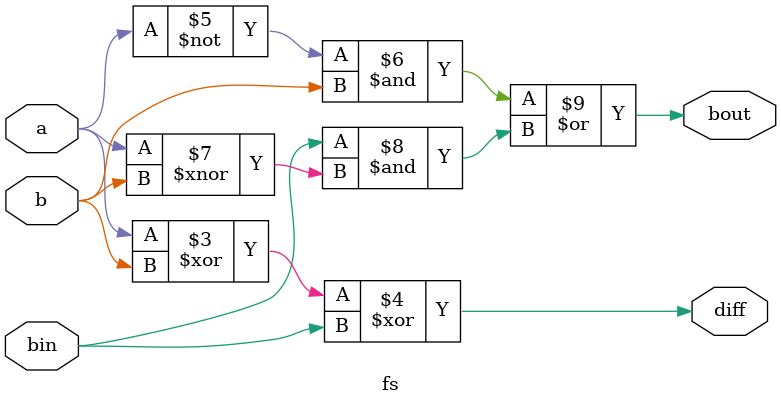
<source format=v>
module fs(input a,b,bin,output diff,bout);

assign diff=a^b^bin;
assign bout=(~a&b)|(bin&(a~^b));

endmodule


module fs_tb();
reg a,b,bin;
wire diff,bout;

fs gate (a,b,bin,diff,bout);

initial
repeat(4)
begin
a=$random;b=$random;bin=$random;#10;
end

initial
$monitor("a=%b b=%b bin=%b diff=%b bout=%b Time=%0t",a,b,bin,diff,bout,$time);
endmodule

</source>
